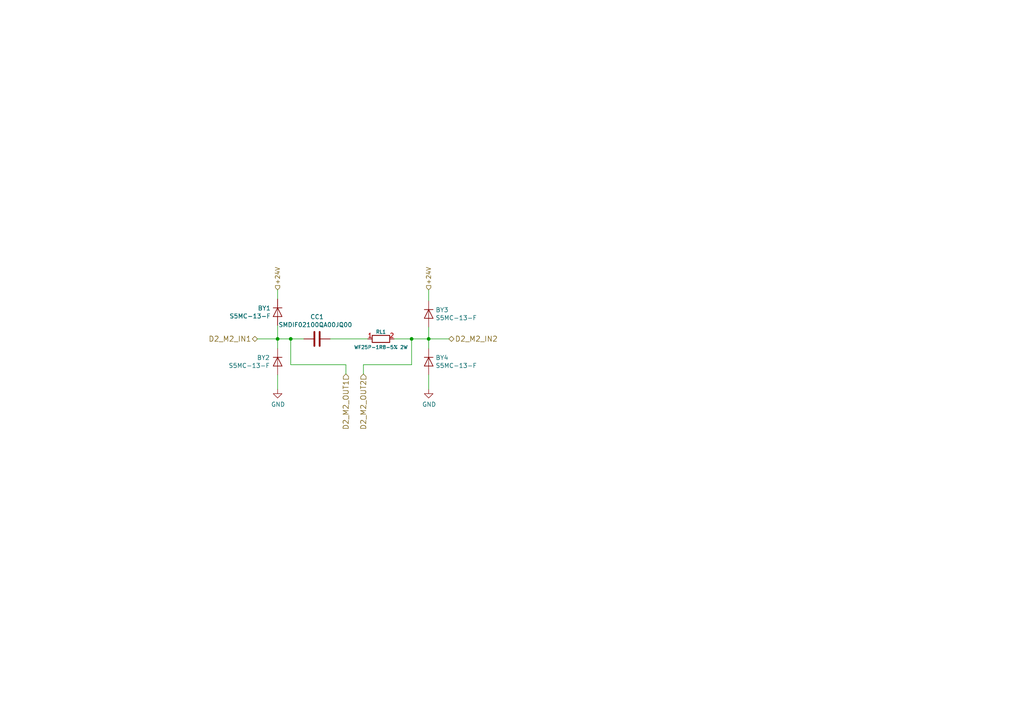
<source format=kicad_sch>
(kicad_sch (version 20201015) (generator eeschema)
  (paper "A4")
  (title_block (title "Ardumower shield SVN Version") (date "2020-11-26") (rev "1.4") (company "ML AG JL UZ") (comment 1 "Unterspannungsschutz von AlexanderG"))
  (lib_symbols
    (symbol "ardumower-mega-shield-svn-rescue:C-RESCUE-ardumower_mega_shield_svn" (pin_numbers hide) (pin_names (offset 0.254))
      (property "Reference" "C" (at 0.635 2.54 0))
      (property "Value" "C-RESCUE-ardumower_mega_shield_svn" (at 0.635 -2.54 0))
      (symbol "C-RESCUE-ardumower_mega_shield_svn_0_1"
        (polyline (pts (xy -2.032 -0.762) (xy 2.032 -0.762)) (stroke (width 0.508)))
        (polyline (pts (xy -2.032 0.762) (xy 2.032 0.762)) (stroke (width 0.508)))
      )
      (symbol "C-RESCUE-ardumower_mega_shield_svn_1_1"
        (pin passive line (at 0 3.81 270) (length 2.794) (name "~") (number "1"))
        (pin passive line (at 0 -3.81 90) (length 2.794) (name "~") (number "2"))
      )
    )
    (symbol "ardumower-mega-shield-svn-rescue:D-RESCUE-ardumower_mega_shield_svn" (pin_numbers hide) (pin_names hide)
      (property "Reference" "D" (at 0 2.54 0))
      (property "Value" "D-RESCUE-ardumower_mega_shield_svn" (at 0 -2.54 0))
      (symbol "D-RESCUE-ardumower_mega_shield_svn_0_1"
        (polyline (pts (xy -1.27 1.27) (xy -1.27 -1.27)) (stroke (width 0.2032)))
        (polyline (pts (xy 1.27 0) (xy -1.27 0)))
        (polyline (pts (xy 1.27 1.27) (xy 1.27 -1.27) (xy -1.27 0) (xy 1.27 1.27)) (stroke (width 0.2032)))
      )
      (symbol "D-RESCUE-ardumower_mega_shield_svn_1_1"
        (pin passive line (at -3.81 0 0) (length 2.54) (name "K") (number "1"))
        (pin passive line (at 3.81 0 180) (length 2.54) (name "A") (number "2"))
      )
    )
    (symbol "ardumower-mega-shield-svn-rescue:GND-RESCUE-ardumower_mega_shield_svn" (power) (pin_names (offset 0))
      (property "Value" "GND-RESCUE-ardumower_mega_shield_svn" (at 0 -3.81 0))
      (symbol "GND-RESCUE-ardumower_mega_shield_svn_0_1"
        (polyline (pts (xy 0 0) (xy 0 -1.27) (xy 1.27 -1.27) (xy 0 -2.54) (xy -1.27 -1.27) (xy 0 -1.27)))
      )
      (symbol "GND-RESCUE-ardumower_mega_shield_svn_1_1"
        (pin power_in line (at 0 0 270) (length 0) hide (name "GND") (number "1"))
      )
    )
    (symbol "ardumower-mega-shield-svn-rescue:R-RESCUE-ardumower_mega_shield_svn" (pin_names (offset 0))
      (property "Reference" "R" (at 2.032 0 90))
      (property "Value" "R-RESCUE-ardumower_mega_shield_svn" (at 0 0 90))
      (symbol "R-RESCUE-ardumower_mega_shield_svn_0_1"
        (rectangle (start -1.016 -2.54) (end 1.016 2.54) (stroke (width 0.254)))
      )
      (symbol "R-RESCUE-ardumower_mega_shield_svn_1_1"
        (pin passive line (at 0 3.81 270) (length 1.27) (name "~") (number "1"))
        (pin passive line (at 0 -3.81 90) (length 1.27) (name "~") (number "2"))
      )
    )
  )
  (junction (at 80.518 98.298) (diameter 0.9144))
  (junction (at 84.328 98.298) (diameter 0.9144))
  (junction (at 119.38 98.298) (diameter 0.9144))
  (junction (at 124.333 98.298) (diameter 0.9144))
  (wire (pts (xy 74.676 98.298) (xy 80.518 98.298)))
  (wire (pts (xy 80.518 84.074) (xy 80.518 86.741)))
  (wire (pts (xy 80.518 94.361) (xy 80.518 98.298)))
  (wire (pts (xy 80.518 98.298) (xy 80.518 101.092)))
  (wire (pts (xy 80.518 98.298) (xy 84.328 98.298)))
  (wire (pts (xy 80.518 108.712) (xy 80.518 112.903)))
  (wire (pts (xy 84.328 98.298) (xy 84.328 105.791)))
  (wire (pts (xy 84.328 98.298) (xy 88.138 98.298)))
  (wire (pts (xy 84.328 105.791) (xy 100.33 105.791)))
  (wire (pts (xy 95.758 98.298) (xy 106.68 98.298)))
  (wire (pts (xy 100.33 105.791) (xy 100.33 108.458)))
  (wire (pts (xy 105.41 105.791) (xy 105.41 108.458)))
  (wire (pts (xy 105.41 105.791) (xy 119.38 105.791)))
  (wire (pts (xy 114.3 98.298) (xy 119.38 98.298)))
  (wire (pts (xy 119.38 98.298) (xy 119.38 105.791)))
  (wire (pts (xy 119.38 98.298) (xy 124.333 98.298)))
  (wire (pts (xy 124.333 84.074) (xy 124.333 87.249)))
  (wire (pts (xy 124.333 94.869) (xy 124.333 98.298)))
  (wire (pts (xy 124.333 98.298) (xy 124.333 101.092)))
  (wire (pts (xy 124.333 98.298) (xy 130.175 98.298)))
  (wire (pts (xy 124.333 108.712) (xy 124.333 112.903)))
  (hierarchical_label "D2_M2_IN1" (shape bidirectional) (at 74.676 98.298 180) (effects (font (size 1.524 1.524))))
  (hierarchical_label "+24V" (shape input) (at 80.518 84.074 90))
  (hierarchical_label "D2_M2_OUT1" (shape input) (at 100.33 108.458 270) (effects (font (size 1.524 1.524))))
  (hierarchical_label "D2_M2_OUT2" (shape input) (at 105.41 108.458 270) (effects (font (size 1.524 1.524))))
  (hierarchical_label "+24V" (shape input) (at 124.333 84.074 90))
  (hierarchical_label "D2_M2_IN2" (shape bidirectional) (at 130.175 98.298 0) (effects (font (size 1.524 1.524))))
  (symbol (lib_id "ardumower-mega-shield-svn-rescue:GND-RESCUE-ardumower_mega_shield_svn") (at 80.518 112.903 0) (unit 1)
    (property "Reference" "#PWR024" (effects hide))
    (property "Value" "GND" (at 80.645 117.2972 0))
  )
  (symbol (lib_id "ardumower-mega-shield-svn-rescue:GND-RESCUE-ardumower_mega_shield_svn") (at 124.333 112.903 0) (unit 1)
    (property "Reference" "#PWR023" (effects hide))
    (property "Value" "GND" (at 124.46 117.2972 0))
  )
  (symbol (lib_id "ardumower-mega-shield-svn-rescue:R-RESCUE-ardumower_mega_shield_svn") (at 110.49 98.298 90) (unit 1)
    (property "Reference" "RL1" (at 110.49 96.266 90) (effects (font (size 1.016 1.016))))
    (property "Value" "WF25P-1R8-5% 2W" (at 110.49 100.711 90) (effects (font (size 1.016 1.016))))
    (property "Footprint" "Resistor_SMD:R_2512_6332Metric" (effects hide))
    (property "Datasheet" "https://www.tme.eu/Document/dcea175af74a96da8f0c5f1e32b032d2/ASC_WF25-20-12P_V10.pdf" (effects hide))
    (property "Bestellnummer" "WF25P1R8JTL" (effects hide))
    (property "Technische Daten" " Widerstand SMD; 2512; 1.8Ω; 2W; ±5%; -55÷155°C " (effects hide))
    (property "Bestücken (Assemble)" "JA (YES)" (effects hide))
    (property "Funktion" " Widerstand SMD; 2512; 1.8Ω; 2W; ±5%; -55÷155°C " (effects hide))
    (property "Bestelllink" "https://www.tme.eu/en/details/wf25p-1r8-5%25/2512-smd-resistors/walsin/wf25p1r8jtl/" (effects hide))
  )
  (symbol (lib_id "ardumower-mega-shield-svn-rescue:D-RESCUE-ardumower_mega_shield_svn") (at 80.518 90.551 90) (mirror x) (unit 1)
    (property "Reference" "BY1" (at 78.5368 89.3826 90) (effects (justify left)))
    (property "Value" "S5MC-13-F" (at 78.5368 91.694 90) (effects (justify left)))
    (property "Footprint" "Diode_SMD:D_SMC" (effects hide))
    (property "Datasheet" "https://www.mouser.de/datasheet/2/115/ds16007-37966.pdf" (effects hide))
    (property "Gehäuseart" "SMC" (effects hide))
    (property "Bestelllink" "https://www.mouser.de/ProductDetail/Diodes-Incorporated/S5MC-13-F?qs=xKg2%2Fz3XHc%252B1zUvQcK7GkA==" (effects hide))
    (property "Technische Daten" "Gleichrichter 1000V 5A" (effects hide))
    (property "Bestellnummer" "Value" (effects hide))
    (property "Bauform" "SMC" (effects hide))
    (property "Bestücken (Assemble)" "JA (YES)" (effects hide))
    (property "Funktion" "Gleichrichter 1000V 5A" (effects hide))
    (property "Hersteller Nummer" "S5MC-13-F " (effects hide))
    (property "Mouser Datenblatt" "https://www.mouser.de/datasheet/2/115/ds16007-37966.pdf" (effects hide))
    (property "Mouser Nummer" "621-S5MC-F " (effects hide))
  )
  (symbol (lib_id "ardumower-mega-shield-svn-rescue:D-RESCUE-ardumower_mega_shield_svn") (at 80.518 104.902 270) (unit 1)
    (property "Reference" "BY2" (at 78.2828 103.7336 90) (effects (justify right)))
    (property "Value" "S5MC-13-F" (at 78.2828 106.045 90) (effects (justify right)))
    (property "Footprint" "Diode_SMD:D_SMC" (effects hide))
    (property "Datasheet" "https://www.mouser.de/datasheet/2/115/ds16007-37966.pdf" (effects hide))
    (property "Gehäuseart" "SMC" (effects hide))
    (property "Bestelllink" "https://www.mouser.de/ProductDetail/Diodes-Incorporated/S5MC-13-F?qs=xKg2%2Fz3XHc%252B1zUvQcK7GkA==" (effects hide))
    (property "Technische Daten" "Gleichrichter 1000V 5A" (effects hide))
    (property "Bestellnummer" "Value" (effects hide))
    (property "Bauform" "SMC" (effects hide))
    (property "Bestücken (Assemble)" "JA (YES)" (effects hide))
    (property "Funktion" "Gleichrichter 1000V 5A" (effects hide))
    (property "Hersteller Nummer" "S5MC-13-F " (effects hide))
    (property "Mouser Datenblatt" "https://www.mouser.de/datasheet/2/115/ds16007-37966.pdf" (effects hide))
    (property "Mouser Nummer" "621-S5MC-F " (effects hide))
  )
  (symbol (lib_id "ardumower-mega-shield-svn-rescue:D-RESCUE-ardumower_mega_shield_svn") (at 124.333 91.059 270) (unit 1)
    (property "Reference" "BY3" (at 126.3142 89.8906 90) (effects (justify left)))
    (property "Value" "S5MC-13-F" (at 126.3142 92.202 90) (effects (justify left)))
    (property "Footprint" "Diode_SMD:D_SMC" (effects hide))
    (property "Datasheet" "https://www.mouser.de/datasheet/2/115/ds16007-37966.pdf" (effects hide))
    (property "Gehäuseart" "SMC" (effects hide))
    (property "Bestelllink" "https://www.mouser.de/ProductDetail/Diodes-Incorporated/S5MC-13-F?qs=xKg2%2Fz3XHc%252B1zUvQcK7GkA==" (effects hide))
    (property "Technische Daten" "Gleichrichter 1000V 5A" (effects hide))
    (property "Bestellnummer" "Value" (effects hide))
    (property "Bauform" "SMC" (effects hide))
    (property "Funktion" "Gleichrichter 1000V 5A" (effects hide))
    (property "Bestücken (Assemble)" "JA (YES)" (effects hide))
    (property "Hersteller Nummer" "S5MC-13-F " (effects hide))
    (property "Mouser Datenblatt" "https://www.mouser.de/datasheet/2/115/ds16007-37966.pdf" (effects hide))
    (property "Mouser Nummer" "621-S5MC-F " (effects hide))
  )
  (symbol (lib_id "ardumower-mega-shield-svn-rescue:D-RESCUE-ardumower_mega_shield_svn") (at 124.333 104.902 270) (unit 1)
    (property "Reference" "BY4" (at 126.3142 103.7336 90) (effects (justify left)))
    (property "Value" "S5MC-13-F" (at 126.3142 106.045 90) (effects (justify left)))
    (property "Footprint" "Diode_SMD:D_SMC" (effects hide))
    (property "Datasheet" "https://www.mouser.de/datasheet/2/115/ds16007-37966.pdf" (effects hide))
    (property "Gehäuseart" "SMC" (effects hide))
    (property "Bestelllink" "https://www.mouser.de/ProductDetail/Diodes-Incorporated/S5MC-13-F?qs=xKg2%2Fz3XHc%252B1zUvQcK7GkA==" (effects hide))
    (property "Technische Daten" "Gleichrichter 1000V 5A" (effects hide))
    (property "Bestellnummer" "Value" (effects hide))
    (property "Bauform" "SMC" (effects hide))
    (property "Bestücken (Assemble)" "JA (YES)" (effects hide))
    (property "Funktion" "Gleichrichter 1000V 5A" (effects hide))
    (property "Hersteller Nummer" "S5MC-13-F " (effects hide))
    (property "Mouser Datenblatt" "https://www.mouser.de/datasheet/2/115/ds16007-37966.pdf" (effects hide))
    (property "Mouser Nummer" "621-S5MC-F " (effects hide))
  )
  (symbol (lib_id "ardumower-mega-shield-svn-rescue:C-RESCUE-ardumower_mega_shield_svn") (at 91.948 98.298 90) (unit 1)
    (property "Reference" "CC1" (at 91.948 91.8972 90))
    (property "Value" "SMDIF02100QA00JQ00 " (at 91.948 94.2086 90))
    (property "Footprint" "Capacitor_SMD:C_2220_5650Metric" (effects hide))
    (property "Datasheet" "https://www.mouser.de/datasheet/2/440/e_WIMA_SMD_PPS-1139945.pdf" (effects hide))
    (property "Gehäuseart" "2220" (effects hide))
    (property "Bestelllink" "https://www.mouser.de/ProductDetail/WIMA/SMDIF02100QA00JQ00?qs=KSac9zHBIo3rfA7nKOuWBw%3D%3D" (effects hide))
    (property "Technische Daten" "Film Capacitors 250V .01uF 5% TOL MAX REFLOW 250/C " (effects hide))
    (property "Funktion" "Film Capacitors 250V .01uF 5% TOL MAX REFLOW 250/C" (effects hide))
    (property "Mouser Datenblatt" "https://www.mouser.de/datasheet/2/440/e_WIMA_SMD_PPS-1139945.pdf" (effects hide))
    (property "Bestücken (Assemble)" "JA (YES)" (effects hide))
    (property "Bestellnummer" "Value" (effects hide))
  )
)
</source>
